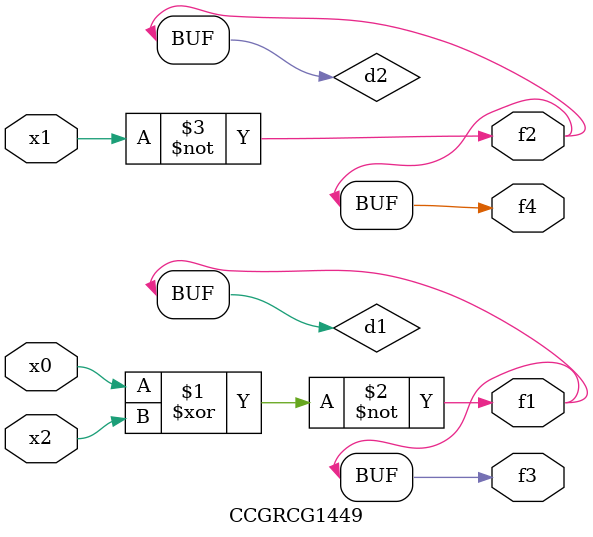
<source format=v>
module CCGRCG1449(
	input x0, x1, x2,
	output f1, f2, f3, f4
);

	wire d1, d2, d3;

	xnor (d1, x0, x2);
	nand (d2, x1);
	nor (d3, x1, x2);
	assign f1 = d1;
	assign f2 = d2;
	assign f3 = d1;
	assign f4 = d2;
endmodule

</source>
